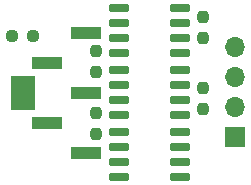
<source format=gbp>
%TF.GenerationSoftware,KiCad,Pcbnew,(6.0.0)*%
%TF.CreationDate,2025-09-03T22:59:35+02:00*%
%TF.ProjectId,Smart Servo Control Board Rev.1,536d6172-7420-4536-9572-766f20436f6e,rev?*%
%TF.SameCoordinates,Original*%
%TF.FileFunction,Paste,Bot*%
%TF.FilePolarity,Positive*%
%FSLAX46Y46*%
G04 Gerber Fmt 4.6, Leading zero omitted, Abs format (unit mm)*
G04 Created by KiCad (PCBNEW (6.0.0)) date 2025-09-03 22:59:35*
%MOMM*%
%LPD*%
G01*
G04 APERTURE LIST*
G04 Aperture macros list*
%AMRoundRect*
0 Rectangle with rounded corners*
0 $1 Rounding radius*
0 $2 $3 $4 $5 $6 $7 $8 $9 X,Y pos of 4 corners*
0 Add a 4 corners polygon primitive as box body*
4,1,4,$2,$3,$4,$5,$6,$7,$8,$9,$2,$3,0*
0 Add four circle primitives for the rounded corners*
1,1,$1+$1,$2,$3*
1,1,$1+$1,$4,$5*
1,1,$1+$1,$6,$7*
1,1,$1+$1,$8,$9*
0 Add four rect primitives between the rounded corners*
20,1,$1+$1,$2,$3,$4,$5,0*
20,1,$1+$1,$4,$5,$6,$7,0*
20,1,$1+$1,$6,$7,$8,$9,0*
20,1,$1+$1,$8,$9,$2,$3,0*%
G04 Aperture macros list end*
%ADD10R,1.700000X1.700000*%
%ADD11O,1.700000X1.700000*%
%ADD12R,2.000000X3.000000*%
%ADD13RoundRect,0.237500X0.237500X-0.250000X0.237500X0.250000X-0.237500X0.250000X-0.237500X-0.250000X0*%
%ADD14RoundRect,0.237500X-0.237500X0.250000X-0.237500X-0.250000X0.237500X-0.250000X0.237500X0.250000X0*%
%ADD15RoundRect,0.150000X0.725000X0.150000X-0.725000X0.150000X-0.725000X-0.150000X0.725000X-0.150000X0*%
%ADD16RoundRect,0.150000X-0.725000X-0.150000X0.725000X-0.150000X0.725000X0.150000X-0.725000X0.150000X0*%
%ADD17RoundRect,0.237500X0.250000X0.237500X-0.250000X0.237500X-0.250000X-0.237500X0.250000X-0.237500X0*%
%ADD18R,2.510000X1.000000*%
G04 APERTURE END LIST*
D10*
%TO.C,J1*%
X70775000Y-41300000D03*
D11*
X70775000Y-38760000D03*
X70775000Y-36220000D03*
X70775000Y-33680000D03*
%TD*%
D12*
%TO.C,J2*%
X52750000Y-37500000D03*
%TD*%
D13*
%TO.C,C6*%
X68000000Y-32912500D03*
X68000000Y-31087500D03*
%TD*%
D14*
%TO.C,R2*%
X59000000Y-33962500D03*
X59000000Y-35787500D03*
%TD*%
D15*
%TO.C,U5*%
X66075000Y-40845000D03*
X66075000Y-42115000D03*
X66075000Y-43385000D03*
X66075000Y-44655000D03*
X60925000Y-44655000D03*
X60925000Y-43385000D03*
X60925000Y-42115000D03*
X60925000Y-40845000D03*
%TD*%
%TO.C,U6*%
X66075000Y-35595000D03*
X66075000Y-36865000D03*
X66075000Y-38135000D03*
X66075000Y-39405000D03*
X60925000Y-39405000D03*
X60925000Y-38135000D03*
X60925000Y-36865000D03*
X60925000Y-35595000D03*
%TD*%
D16*
%TO.C,U3*%
X60925000Y-34155000D03*
X60925000Y-32885000D03*
X60925000Y-31615000D03*
X60925000Y-30345000D03*
X66075000Y-30345000D03*
X66075000Y-31615000D03*
X66075000Y-32885000D03*
X66075000Y-34155000D03*
%TD*%
D13*
%TO.C,R3*%
X59000000Y-41037500D03*
X59000000Y-39212500D03*
%TD*%
D17*
%TO.C,R1*%
X53662500Y-32750000D03*
X51837500Y-32750000D03*
%TD*%
D18*
%TO.C,J3*%
X58155000Y-42580000D03*
X54845000Y-40040000D03*
X58155000Y-37500000D03*
X54845000Y-34960000D03*
X58155000Y-32420000D03*
%TD*%
D13*
%TO.C,C13*%
X68000000Y-38912500D03*
X68000000Y-37087500D03*
%TD*%
M02*

</source>
